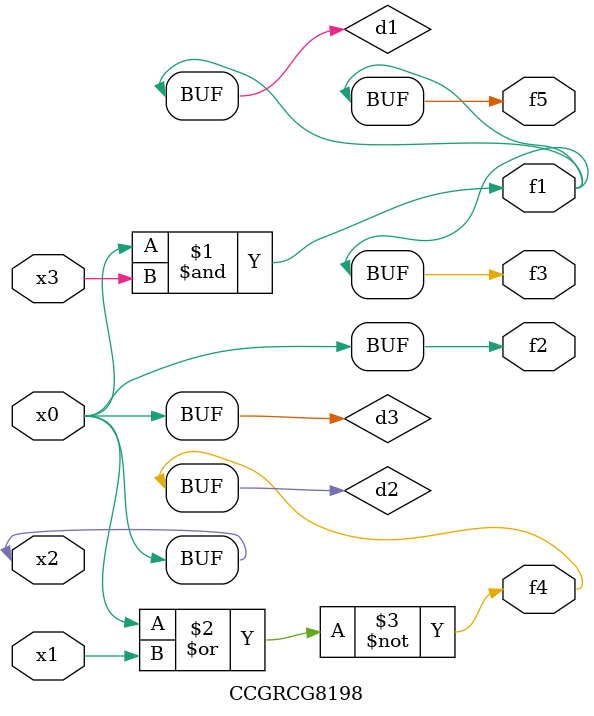
<source format=v>
module CCGRCG8198(
	input x0, x1, x2, x3,
	output f1, f2, f3, f4, f5
);

	wire d1, d2, d3;

	and (d1, x2, x3);
	nor (d2, x0, x1);
	buf (d3, x0, x2);
	assign f1 = d1;
	assign f2 = d3;
	assign f3 = d1;
	assign f4 = d2;
	assign f5 = d1;
endmodule

</source>
